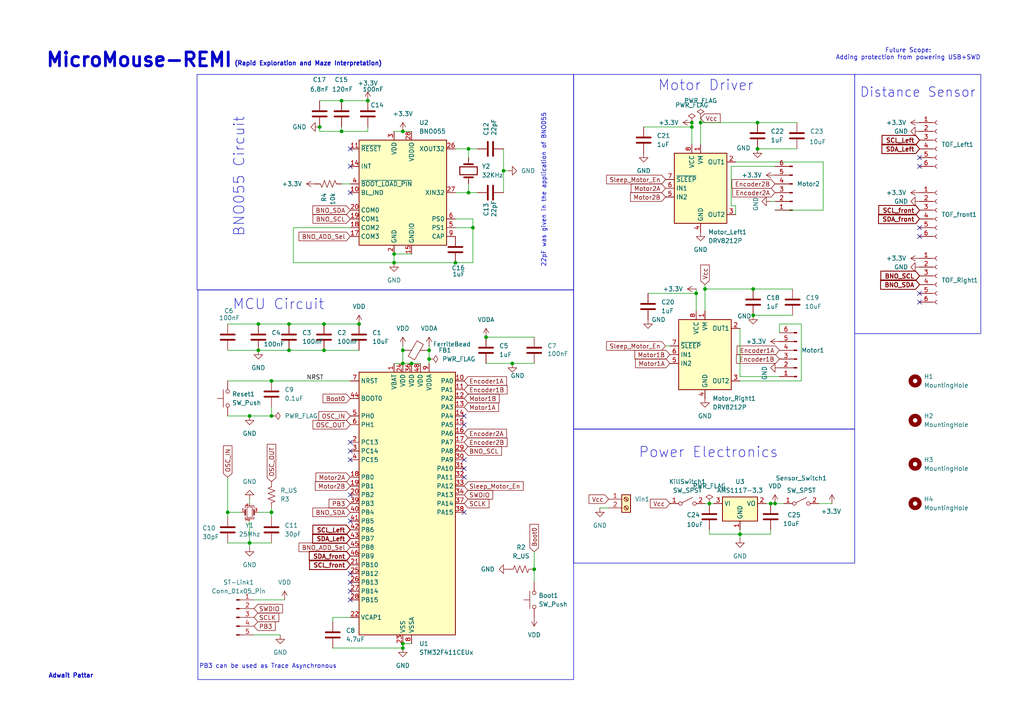
<source format=kicad_sch>
(kicad_sch (version 20231120) (generator "eeschema") (generator_version "8.0")
  (paper "A4")
  (title_block (title "MicroMouse") (date "2025-01-18") (rev "v1") (company "Team Robomanipal") (comment 1 "Made by Adwait Pattar"))
  (junction (at 66.04 148.59))
  (junction (at 219.71 35.56))
  (junction (at 106.68 29.21))
  (junction (at 124.46 104.14))
  (junction (at 72.39 157.48))
  (junction (at 148.59 105.41))
  (junction (at 132.08 76.2))
  (junction (at 119.38 105.41))
  (junction (at 146.05 49.53))
  (junction (at 104.14 93.98))
  (junction (at 223.52 146.05))
  (junction (at 78.74 120.65))
  (junction (at 200.66 35.56))
  (junction (at 116.84 186.69))
  (junction (at 219.71 43.18))
  (junction (at 200.66 36.83))
  (junction (at 218.44 91.44))
  (junction (at 140.97 97.79))
  (junction (at 135.89 43.18))
  (junction (at 214.63 154.94))
  (junction (at 116.84 187.96))
  (junction (at 205.74 146.05))
  (junction (at 99.06 29.21))
  (junction (at 201.93 85.09))
  (junction (at 124.46 101.6))
  (junction (at 114.3 73.66))
  (junction (at 93.98 101.6))
  (junction (at 137.16 66.04))
  (junction (at 116.84 38.1))
  (junction (at 218.44 83.82))
  (junction (at 204.47 83.82))
  (junction (at 203.2 35.56))
  (junction (at 83.82 101.6))
  (junction (at 99.06 38.1))
  (junction (at 93.98 93.98))
  (junction (at 74.93 101.6))
  (junction (at 224.79 146.05))
  (junction (at 78.74 110.49))
  (junction (at 72.39 120.65))
  (junction (at 74.93 93.98))
  (junction (at 135.89 55.88))
  (junction (at 114.3 76.2))
  (junction (at 83.82 93.98))
  (junction (at 78.74 148.59))
  (junction (at 92.71 36.83))
  (junction (at 116.84 105.41))
  (junction (at 154.94 165.1))
  (junction (at 116.84 101.6))
  (no_connect (at 101.6 43.18))
  (no_connect (at 101.6 130.81))
  (no_connect (at 266.7 48.26))
  (no_connect (at 101.6 133.35))
  (no_connect (at 134.62 135.89))
  (no_connect (at 134.62 138.43))
  (no_connect (at 266.7 45.72))
  (no_connect (at 101.6 171.45))
  (no_connect (at 101.6 151.13))
  (no_connect (at 101.6 143.51))
  (no_connect (at 134.62 133.35))
  (no_connect (at 266.7 87.63))
  (no_connect (at 101.6 173.99))
  (no_connect (at 101.6 128.27))
  (no_connect (at 101.6 48.26))
  (no_connect (at 134.62 148.59))
  (no_connect (at 266.7 68.58))
  (no_connect (at 134.62 123.19))
  (no_connect (at 134.62 120.65))
  (no_connect (at 266.7 66.04))
  (no_connect (at 101.6 55.88))
  (no_connect (at 101.6 166.37))
  (no_connect (at 101.6 168.91))
  (no_connect (at 266.7 85.09))
  (wire (pts (xy 124.46 101.6) (xy 124.46 104.14)))
  (wire (pts (xy 146.05 43.18) (xy 146.05 49.53)))
  (wire (pts (xy 201.93 83.82) (xy 201.93 85.09)))
  (wire (pts (xy 124.46 104.14) (xy 124.46 105.41)))
  (wire (pts (xy 137.16 76.2) (xy 132.08 76.2)))
  (wire (pts (xy 66.04 148.59) (xy 66.04 149.86)))
  (wire (pts (xy 85.09 66.04) (xy 85.09 76.2)))
  (wire (pts (xy 132.08 76.2) (xy 114.3 76.2)))
  (wire (pts (xy 146.05 49.53) (xy 147.32 49.53)))
  (wire (pts (xy 224.79 146.05) (xy 223.52 146.05)))
  (wire (pts (xy 73.66 173.99) (xy 82.55 173.99)))
  (wire (pts (xy 203.2 35.56) (xy 219.71 35.56)))
  (wire (pts (xy 132.08 43.18) (xy 135.89 43.18)))
  (wire (pts (xy 99.06 36.83) (xy 99.06 38.1)))
  (wire (pts (xy 201.93 85.09) (xy 201.93 90.17)))
  (wire (pts (xy 200.66 35.56) (xy 200.66 36.83)))
  (wire (pts (xy 66.04 120.65) (xy 72.39 120.65)))
  (wire (pts (xy 224.79 48.26) (xy 212.09 48.26)))
  (wire (pts (xy 238.76 46.99) (xy 213.36 46.99)))
  (wire (pts (xy 72.39 157.48) (xy 78.74 157.48)))
  (wire (pts (xy 101.6 179.07) (xy 96.52 179.07)))
  (wire (pts (xy 140.97 105.41) (xy 148.59 105.41)))
  (wire (pts (xy 223.52 153.67) (xy 223.52 154.94)))
  (wire (pts (xy 203.2 34.29) (xy 203.2 35.56)))
  (wire (pts (xy 232.41 93.98) (xy 232.41 110.49)))
  (wire (pts (xy 132.08 66.04) (xy 137.16 66.04)))
  (wire (pts (xy 73.66 184.15) (xy 81.28 184.15)))
  (wire (pts (xy 116.84 187.96) (xy 116.84 186.69)))
  (wire (pts (xy 218.44 91.44) (xy 229.87 91.44)))
  (wire (pts (xy 223.52 146.05) (xy 222.25 146.05)))
  (wire (pts (xy 66.04 110.49) (xy 78.74 110.49)))
  (wire (pts (xy 72.39 146.05) (xy 72.39 144.78)))
  (wire (pts (xy 116.84 186.69) (xy 119.38 186.69)))
  (wire (pts (xy 124.46 100.33) (xy 124.46 101.6)))
  (wire (pts (xy 224.79 146.05) (xy 227.33 146.05)))
  (wire (pts (xy 187.96 85.09) (xy 201.93 85.09)))
  (wire (pts (xy 135.89 55.88) (xy 138.43 55.88)))
  (wire (pts (xy 114.3 73.66) (xy 114.3 76.2)))
  (wire (pts (xy 231.14 35.56) (xy 219.71 35.56)))
  (wire (pts (xy 74.93 101.6) (xy 83.82 101.6)))
  (wire (pts (xy 193.04 100.33) (xy 194.31 100.33)))
  (wire (pts (xy 99.06 53.34) (xy 101.6 53.34)))
  (wire (pts (xy 203.2 35.56) (xy 203.2 41.91)))
  (wire (pts (xy 135.89 43.18) (xy 135.89 45.72)))
  (wire (pts (xy 219.71 43.18) (xy 231.14 43.18)))
  (wire (pts (xy 106.68 36.83) (xy 106.68 38.1)))
  (wire (pts (xy 137.16 63.5) (xy 137.16 66.04)))
  (wire (pts (xy 74.93 148.59) (xy 78.74 148.59)))
  (wire (pts (xy 226.06 109.22) (xy 214.63 109.22)))
  (wire (pts (xy 119.38 105.41) (xy 121.92 105.41)))
  (wire (pts (xy 205.74 154.94) (xy 214.63 154.94)))
  (wire (pts (xy 72.39 158.75) (xy 72.39 157.48)))
  (wire (pts (xy 226.06 96.52) (xy 226.06 93.98)))
  (wire (pts (xy 204.47 82.55) (xy 204.47 83.82)))
  (wire (pts (xy 148.59 105.41) (xy 154.94 105.41)))
  (wire (pts (xy 135.89 43.18) (xy 138.43 43.18)))
  (wire (pts (xy 114.3 105.41) (xy 116.84 105.41)))
  (wire (pts (xy 146.05 49.53) (xy 146.05 55.88)))
  (wire (pts (xy 72.39 151.13) (xy 72.39 157.48)))
  (wire (pts (xy 214.63 110.49) (xy 232.41 110.49)))
  (wire (pts (xy 78.74 118.11) (xy 78.74 120.65)))
  (wire (pts (xy 93.98 93.98) (xy 104.14 93.98)))
  (wire (pts (xy 66.04 157.48) (xy 72.39 157.48)))
  (wire (pts (xy 92.71 36.83) (xy 92.71 38.1)))
  (wire (pts (xy 83.82 93.98) (xy 93.98 93.98)))
  (wire (pts (xy 212.09 59.69) (xy 213.36 59.69)))
  (wire (pts (xy 205.74 153.67) (xy 205.74 154.94)))
  (wire (pts (xy 66.04 101.6) (xy 74.93 101.6)))
  (wire (pts (xy 204.47 83.82) (xy 204.47 90.17)))
  (wire (pts (xy 204.47 83.82) (xy 218.44 83.82)))
  (wire (pts (xy 132.08 55.88) (xy 135.89 55.88)))
  (wire (pts (xy 83.82 101.6) (xy 93.98 101.6)))
  (wire (pts (xy 214.63 109.22) (xy 214.63 95.25)))
  (wire (pts (xy 114.3 38.1) (xy 116.84 38.1)))
  (wire (pts (xy 99.06 29.21) (xy 106.68 29.21)))
  (wire (pts (xy 78.74 110.49) (xy 101.6 110.49)))
  (wire (pts (xy 137.16 66.04) (xy 137.16 76.2)))
  (wire (pts (xy 204.47 146.05) (xy 205.74 146.05)))
  (wire (pts (xy 241.3 146.05) (xy 237.49 146.05)))
  (wire (pts (xy 223.52 58.42) (xy 224.79 58.42)))
  (wire (pts (xy 92.71 29.21) (xy 99.06 29.21)))
  (wire (pts (xy 173.99 147.32) (xy 176.53 147.32)))
  (wire (pts (xy 96.52 179.07) (xy 96.52 180.34)))
  (wire (pts (xy 85.09 76.2) (xy 114.3 76.2)))
  (wire (pts (xy 78.74 147.32) (xy 78.74 148.59)))
  (wire (pts (xy 223.52 154.94) (xy 214.63 154.94)))
  (wire (pts (xy 186.69 36.83) (xy 200.66 36.83)))
  (wire (pts (xy 74.93 93.98) (xy 83.82 93.98)))
  (wire (pts (xy 212.09 48.26) (xy 212.09 59.69)))
  (wire (pts (xy 214.63 154.94) (xy 214.63 153.67)))
  (wire (pts (xy 238.76 60.96) (xy 238.76 46.99)))
  (wire (pts (xy 132.08 63.5) (xy 137.16 63.5)))
  (wire (pts (xy 214.63 156.21) (xy 214.63 154.94)))
  (wire (pts (xy 135.89 55.88) (xy 135.89 53.34)))
  (wire (pts (xy 116.84 105.41) (xy 119.38 105.41)))
  (wire (pts (xy 116.84 100.33) (xy 116.84 101.6)))
  (wire (pts (xy 154.94 165.1) (xy 154.94 168.91)))
  (wire (pts (xy 224.79 60.96) (xy 238.76 60.96)))
  (wire (pts (xy 66.04 138.43) (xy 66.04 148.59)))
  (wire (pts (xy 66.04 93.98) (xy 74.93 93.98)))
  (wire (pts (xy 213.36 59.69) (xy 213.36 62.23)))
  (wire (pts (xy 226.06 93.98) (xy 232.41 93.98)))
  (wire (pts (xy 101.6 66.04) (xy 85.09 66.04)))
  (wire (pts (xy 140.97 97.79) (xy 154.94 97.79)))
  (wire (pts (xy 116.84 101.6) (xy 116.84 105.41)))
  (wire (pts (xy 96.52 187.96) (xy 116.84 187.96)))
  (wire (pts (xy 72.39 120.65) (xy 78.74 120.65)))
  (wire (pts (xy 93.98 101.6) (xy 104.14 101.6)))
  (wire (pts (xy 116.84 38.1) (xy 119.38 38.1)))
  (wire (pts (xy 78.74 148.59) (xy 78.74 149.86)))
  (wire (pts (xy 99.06 38.1) (xy 106.68 38.1)))
  (wire (pts (xy 92.71 38.1) (xy 99.06 38.1)))
  (wire (pts (xy 218.44 83.82) (xy 229.87 83.82)))
  (wire (pts (xy 205.74 146.05) (xy 207.01 146.05)))
  (wire (pts (xy 200.66 36.83) (xy 200.66 41.91)))
  (wire (pts (xy 154.94 160.02) (xy 154.94 165.1)))
  (wire (pts (xy 66.04 148.59) (xy 69.85 148.59)))
  (wire (pts (xy 114.3 73.66) (xy 119.38 73.66)))
  (rectangle (start 166.37 124.46) (end 247.904 163.322))
  (rectangle (start 166.37 21.59) (end 247.904 124.46))
  (rectangle (start 247.904 21.59) (end 284.48 96.774))
  (rectangle (start 57.404 84.074) (end 166.37 197.104))
  (rectangle (start 57.15 21.59) (end 166.37 84.074))
  (text "Adwait Pattar\n" (at 20.574 196.088 0) (effects (font (size 1.27 1.27) (bold yes))))
  (text "MicroMouse-REMI\n" (at 40.386 17.526 0) (effects (font (size 4 4) (thickness 0.8) (bold yes))))
  (text "22pF was given in the application of BNO055\n" (at 157.734 55.118 90) (effects (font (size 1.27 1.27))))
  (text "Motor Driver\n" (at 204.724 24.892 0) (effects (font (size 3 3))))
  (text "MCU Circuit\n" (at 80.772 88.392 0) (effects (font (size 3 3))))
  (text "PB3 can be used as Trace Asynchronous" (at 77.724 193.294 0) (effects (font (size 1.27 1.27))))
  (text "(Rapid Exploration and Maze Interpretation)\n" (at 89.408 18.542 0) (effects (font (size 1.27 1.27) (bold yes))))
  (text "BNO055 Circuit\n" (at 69.342 51.308 90) (effects (font (size 3 3))))
  (text "Distance Sensor\n" (at 266.192 26.924 0) (effects (font (size 2.75 2.75))))
  (text "Power Electronics" (at 205.486 131.318 0) (effects (font (size 3 3))))
  (text "Future Scope:\nAdding protection from powering USB+SWD\n" (at 263.398 15.748 0) (effects (font (size 1.27 1.27))))
  (label "NRST" (at 88.9 110.49 0))
  (global_label "Motor2B" (shape input) (at 101.6 140.97 180) (property "Intersheetrefs" "${INTERSHEET_REFS}" (effects (hide yes))))
  (global_label "Motor2B" (shape input) (at 193.04 57.15 180) (property "Intersheetrefs" "${INTERSHEET_REFS}" (effects (hide yes))))
  (global_label "SCLK" (shape input) (at 73.66 179.07 0) (property "Intersheetrefs" "${INTERSHEET_REFS}" (effects (hide yes))))
  (global_label "SDA_Left" (shape input) (at 266.7 43.18 180) (effects (font (bold yes))) (property "Intersheetrefs" "${INTERSHEET_REFS}" (effects (hide yes))))
  (global_label "Motor1A" (shape input) (at 134.62 118.11 0) (property "Intersheetrefs" "${INTERSHEET_REFS}" (effects (hide yes))))
  (global_label "BNO_SCL" (shape input) (at 266.7 80.01 180) (effects (font (bold yes))) (property "Intersheetrefs" "${INTERSHEET_REFS}" (effects (hide yes))))
  (global_label "Boot0" (shape input) (at 154.94 160.02 90) (property "Intersheetrefs" "${INTERSHEET_REFS}" (effects (hide yes))))
  (global_label "SCLK" (shape input) (at 134.62 146.05 0) (property "Intersheetrefs" "${INTERSHEET_REFS}" (effects (hide yes))))
  (global_label "Boot0" (shape input) (at 101.6 115.57 180) (property "Intersheetrefs" "${INTERSHEET_REFS}" (effects (hide yes))))
  (global_label "PB3" (shape input) (at 73.66 181.61 0) (property "Intersheetrefs" "${INTERSHEET_REFS}" (effects (hide yes))))
  (global_label "OSC_OUT" (shape input) (at 101.6 123.19 180) (property "Intersheetrefs" "${INTERSHEET_REFS}" (effects (hide yes))))
  (global_label "SWDIO" (shape input) (at 134.62 143.51 0) (property "Intersheetrefs" "${INTERSHEET_REFS}" (effects (hide yes))))
  (global_label "Motor2A" (shape input) (at 101.6 138.43 180) (property "Intersheetrefs" "${INTERSHEET_REFS}" (effects (hide yes))))
  (global_label "SDA_front" (shape input) (at 101.6 161.29 180) (effects (font (bold yes))) (property "Intersheetrefs" "${INTERSHEET_REFS}" (effects (hide yes))))
  (global_label "Sleep_Motor_En" (shape input) (at 134.62 140.97 0) (property "Intersheetrefs" "${INTERSHEET_REFS}" (effects (hide yes))))
  (global_label "SDA_front" (shape input) (at 266.7 63.5 180) (effects (font (bold yes))) (property "Intersheetrefs" "${INTERSHEET_REFS}" (effects (hide yes))))
  (global_label "BNO_SCL" (shape input) (at 101.6 63.5 180) (property "Intersheetrefs" "${INTERSHEET_REFS}" (effects (hide yes))))
  (global_label "Encoder1A" (shape input) (at 226.06 101.6 180) (property "Intersheetrefs" "${INTERSHEET_REFS}" (effects (hide yes))))
  (global_label "BNO_SDA" (shape input) (at 266.7 82.55 180) (effects (font (bold yes))) (property "Intersheetrefs" "${INTERSHEET_REFS}" (effects (hide yes))))
  (global_label "BNO_SDA" (shape input) (at 101.6 60.96 180) (property "Intersheetrefs" "${INTERSHEET_REFS}" (effects (hide yes))))
  (global_label "Vcc" (shape input) (at 176.53 144.78 180) (property "Intersheetrefs" "${INTERSHEET_REFS}" (effects (hide yes))))
  (global_label "Vcc" (shape input) (at 203.2 34.29 0) (property "Intersheetrefs" "${INTERSHEET_REFS}" (effects (hide yes))))
  (global_label "SCL_front" (shape input) (at 101.6 163.83 180) (effects (font (bold yes))) (property "Intersheetrefs" "${INTERSHEET_REFS}" (effects (hide yes))))
  (global_label "BNO_ADD_Sel" (shape input) (at 101.6 158.75 180) (property "Intersheetrefs" "${INTERSHEET_REFS}" (effects (hide yes))))
  (global_label "Sleep_Motor_En" (shape input) (at 193.04 100.33 180) (property "Intersheetrefs" "${INTERSHEET_REFS}" (effects (hide yes))))
  (global_label "Encoder2B" (shape input) (at 134.62 128.27 0) (property "Intersheetrefs" "${INTERSHEET_REFS}" (effects (hide yes))))
  (global_label "Encoder2A" (shape input) (at 134.62 125.73 0) (property "Intersheetrefs" "${INTERSHEET_REFS}" (effects (hide yes))))
  (global_label "PB3" (shape input) (at 101.6 146.05 180) (property "Intersheetrefs" "${INTERSHEET_REFS}" (effects (hide yes))))
  (global_label "OSC_IN" (shape input) (at 101.6 120.65 180) (property "Intersheetrefs" "${INTERSHEET_REFS}" (effects (hide yes))))
  (global_label "Encoder2B" (shape input) (at 224.79 53.34 180) (property "Intersheetrefs" "${INTERSHEET_REFS}" (effects (hide yes))))
  (global_label "Encoder1A" (shape input) (at 134.62 110.49 0) (property "Intersheetrefs" "${INTERSHEET_REFS}" (effects (hide yes))))
  (global_label "Motor1B" (shape input) (at 194.31 102.87 180) (property "Intersheetrefs" "${INTERSHEET_REFS}" (effects (hide yes))))
  (global_label "SDA_Left" (shape input) (at 101.6 156.21 180) (effects (font (bold yes))) (property "Intersheetrefs" "${INTERSHEET_REFS}" (effects (hide yes))))
  (global_label "Encoder2A" (shape input) (at 224.79 55.88 180) (property "Intersheetrefs" "${INTERSHEET_REFS}" (effects (hide yes))))
  (global_label "BNO_SDA" (shape input) (at 101.6 148.59 180) (property "Intersheetrefs" "${INTERSHEET_REFS}" (effects (hide yes))))
  (global_label "SWDIO" (shape input) (at 73.66 176.53 0) (property "Intersheetrefs" "${INTERSHEET_REFS}" (effects (hide yes))))
  (global_label "Vcc" (shape input) (at 204.47 82.55 90) (property "Intersheetrefs" "${INTERSHEET_REFS}" (effects (hide yes))))
  (global_label "SCL_Left" (shape input) (at 101.6 153.67 180) (effects (font (bold yes))) (property "Intersheetrefs" "${INTERSHEET_REFS}" (effects (hide yes))))
  (global_label "SCL_Left" (shape input) (at 266.7 40.64 180) (effects (font (bold yes))) (property "Intersheetrefs" "${INTERSHEET_REFS}" (effects (hide yes))))
  (global_label "SCL_front" (shape input) (at 266.7 60.96 180) (effects (font (bold yes))) (property "Intersheetrefs" "${INTERSHEET_REFS}" (effects (hide yes))))
  (global_label "Motor1B" (shape input) (at 134.62 115.57 0) (property "Intersheetrefs" "${INTERSHEET_REFS}" (effects (hide yes))))
  (global_label "OSC_IN" (shape input) (at 66.04 138.43 90) (property "Intersheetrefs" "${INTERSHEET_REFS}" (effects (hide yes))))
  (global_label "Encoder1B" (shape input) (at 134.62 113.03 0) (property "Intersheetrefs" "${INTERSHEET_REFS}" (effects (hide yes))))
  (global_label "Encoder1B" (shape input) (at 226.06 104.14 180) (property "Intersheetrefs" "${INTERSHEET_REFS}" (effects (hide yes))))
  (global_label "Motor2A" (shape input) (at 193.04 54.61 180) (property "Intersheetrefs" "${INTERSHEET_REFS}" (effects (hide yes))))
  (global_label "OSC_OUT" (shape input) (at 78.74 139.7 90) (property "Intersheetrefs" "${INTERSHEET_REFS}" (effects (hide yes))))
  (global_label "Vcc" (shape input) (at 194.31 146.05 180) (property "Intersheetrefs" "${INTERSHEET_REFS}" (effects (hide yes))))
  (global_label "Sleep_Motor_En" (shape input) (at 193.04 52.07 180) (property "Intersheetrefs" "${INTERSHEET_REFS}" (effects (hide yes))))
  (global_label "BNO_ADD_Sel" (shape input) (at 101.6 68.58 180) (property "Intersheetrefs" "${INTERSHEET_REFS}" (effects (hide yes))))
  (global_label "BNO_SCL" (shape input) (at 134.62 130.81 0) (property "Intersheetrefs" "${INTERSHEET_REFS}" (effects (hide yes))))
  (global_label "Motor1A" (shape input) (at 194.31 105.41 180) (property "Intersheetrefs" "${INTERSHEET_REFS}" (effects (hide yes))))
  (symbol (lib_id "Mechanical:MountingHole") (at 265.43 110.49 0) (unit 1) (exclude_from_sim yes) (in_bom no)
    (property "Reference" "H1" (at 267.97 109.2199 0) (effects (justify left)))
    (property "Value" "MountingHole" (at 267.97 111.7599 0) (effects (justify left)))
    (property "Footprint" "MountingHole:MountingHole_2.2mm_M2" (effects (hide yes)))
    (property "Description" "Mounting Hole without connection" (effects (hide yes)))
  )
  (symbol (lib_id "power:PWR_FLAG") (at 78.74 120.65 270) (unit 1)
    (property "Reference" "#FLG01" (effects (hide yes)))
    (property "Value" "PWR_FLAG" (at 82.55 120.6499 90) (effects (justify left)))
    (property "Description" "Special symbol for telling ERC where power comes from" (effects (hide yes)))
  )
  (symbol (lib_id "Connector:Conn_01x05_Pin") (at 68.58 179.07 0) (unit 1)
    (property "Reference" "ST-Link1" (at 69.215 168.91 0))
    (property "Value" "Conn_01x05_Pin" (at 69.215 171.45 0))
    (property "Footprint" "Connector_PinSocket_2.54mm:PinSocket_1x05_P2.54mm_Vertical" (effects (hide yes)))
    (property "Description" "Generic connector, single row, 01x05, script generated" (effects (hide yes)))
  )
  (symbol (lib_id "power:+3.3V") (at 200.66 35.56 90) (unit 1)
    (property "Reference" "#PWR022" (effects (hide yes)))
    (property "Value" "+3.3V" (at 196.85 35.5599 90) (effects (justify left)))
    (property "Description" "Power symbol creates a global label with name \"+3.3V\"" (effects (hide yes)))
  )
  (symbol (lib_id "power:+3.3V") (at 266.7 74.93 90) (unit 1)
    (property "Reference" "#PWR040" (effects (hide yes)))
    (property "Value" "+3.3V" (at 262.89 74.9299 90) (effects (justify left)))
    (property "Description" "Power symbol creates a global label with name \"+3.3V\"" (effects (hide yes)))
  )
  (symbol (lib_id "Mechanical:MountingHole") (at 265.43 146.05 0) (unit 1) (exclude_from_sim yes) (in_bom no)
    (property "Reference" "H4" (at 267.97 144.7799 0) (effects (justify left)))
    (property "Value" "MountingHole" (at 267.97 147.3199 0) (effects (justify left)))
    (property "Footprint" "MountingHole:MountingHole_2.2mm_M2" (effects (hide yes)))
    (property "Description" "Mounting Hole without connection" (effects (hide yes)))
  )
  (symbol (lib_id "Connector:Conn_01x06_Pin") (at 231.14 104.14 180) (unit 1)
    (property "Reference" "Motor1" (at 232.41 101.5999 0) (effects (justify right)))
    (property "Value" "Conn_01x06_Pin" (effects (hide yes)))
    (property "Footprint" "Connector_JST:JST_XH_S6B-XH-A-1_1x06_P2.50mm_Horizontal" (effects (hide yes)))
    (property "Description" "Generic connector, single row, 01x06, script generated" (effects (hide yes)))
  )
  (symbol (lib_id "power:+3.3V") (at 241.3 146.05 0) (unit 1)
    (property "Reference" "#PWR020" (effects (hide yes)))
    (property "Value" "+3.3V" (at 241.046 148.336 0))
    (property "Description" "Power symbol creates a global label with name \"+3.3V\"" (effects (hide yes)))
  )
  (symbol (lib_id "power:VDD") (at 224.79 146.05 0) (unit 1)
    (property "Reference" "#PWR011" (effects (hide yes)))
    (property "Value" "VDD" (at 224.79 140.97 0))
    (property "Description" "Power symbol creates a global label with name \"VDD\"" (effects (hide yes)))
  )
  (symbol (lib_id "Device:C") (at 218.44 87.63 180) (unit 1)
    (property "Reference" "C18" (at 222.25 86.3599 0) (effects (justify right)))
    (property "Value" "1uF" (at 222.25 88.8999 0) (effects (justify right)))
    (property "Footprint" "Capacitor_SMD:C_0603_1608Metric" (effects (hide yes)))
    (property "Description" "Unpolarized capacitor" (effects (hide yes)))
  )
  (symbol (lib_id "power:GND") (at 266.7 77.47 270) (unit 1)
    (property "Reference" "#PWR041" (effects (hide yes)))
    (property "Value" "GND" (at 261.366 77.47 90))
    (property "Description" "Power symbol creates a global label with name \"GND\" , ground" (effects (hide yes)))
  )
  (symbol (lib_id "power:GND") (at 266.7 58.42 270) (unit 1)
    (property "Reference" "#PWR039" (effects (hide yes)))
    (property "Value" "GND" (at 261.366 58.42 90))
    (property "Description" "Power symbol creates a global label with name \"GND\" , ground" (effects (hide yes)))
  )
  (symbol (lib_id "power:GND") (at 81.28 184.15 0) (unit 1)
    (property "Reference" "#PWR012" (effects (hide yes)))
    (property "Value" "GND" (at 81.28 189.23 0))
    (property "Description" "Power symbol creates a global label with name \"GND\" , ground" (effects (hide yes)))
  )
  (symbol (lib_id "Regulator_Linear:AMS1117-3.3") (at 214.63 146.05 0) (unit 1)
    (property "Reference" "U3" (at 214.63 139.7 0))
    (property "Value" "AMS1117-3.3" (at 214.63 142.24 0))
    (property "Footprint" "Package_TO_SOT_SMD:SOT-223-3_TabPin2" (effects (hide yes)))
    (property "Datasheet" "http://www.advanced-monolithic.com/pdf/ds1117.pdf" (effects (hide yes)))
    (property "Description" "1A Low Dropout regulator, positive, 3.3V fixed output, SOT-223" (effects (hide yes)))
  )
  (symbol (lib_id "Device:C") (at 142.24 43.18 90) (unit 1)
    (property "Reference" "C12" (at 140.9699 39.37 0) (effects (justify left)))
    (property "Value" "22pF" (at 143.256 39.37 0) (effects (justify left)))
    (property "Footprint" "Capacitor_SMD:C_0805_2012Metric" (effects (hide yes)))
    (property "Description" "Unpolarized capacitor" (effects (hide yes)))
  )
  (symbol (lib_id "power:GND") (at 72.39 120.65 0) (unit 1)
    (property "Reference" "#PWR08" (effects (hide yes)))
    (property "Value" "GND" (at 72.39 125.73 0))
    (property "Description" "Power symbol creates a global label with name \"GND\" , ground" (effects (hide yes)))
  )
  (symbol (lib_id "power:PWR_FLAG") (at 205.74 146.05 0) (unit 1)
    (property "Reference" "#FLG03" (effects (hide yes)))
    (property "Value" "PWR_FLAG" (at 205.74 140.97 0))
    (property "Description" "Special symbol for telling ERC where power comes from" (effects (hide yes)))
  )
  (symbol (lib_id "Device:Crystal_GND24_Small") (at 72.39 148.59 0) (unit 1)
    (property "Reference" "Y1" (at 72.39 152.4 0))
    (property "Value" "25Mhz" (at 72.39 154.94 0))
    (property "Footprint" "Crystal:Crystal_SMD_0603-4Pin_6.0x3.5mm" (effects (hide yes)))
    (property "Description" "Four pin crystal, GND on pins 2 and 4, small symbol" (effects (hide yes)))
  )
  (symbol (lib_id "Mechanical:MountingHole") (at 265.43 121.92 0) (unit 1) (exclude_from_sim yes) (in_bom no)
    (property "Reference" "H2" (at 267.97 120.6499 0) (effects (justify left)))
    (property "Value" "MountingHole" (at 267.97 123.1899 0) (effects (justify left)))
    (property "Footprint" "MountingHole:MountingHole_2.2mm_M2" (effects (hide yes)))
    (property "Description" "Mounting Hole without connection" (effects (hide yes)))
  )
  (symbol (lib_id "Switch:SW_Push") (at 66.04 115.57 90) (unit 1)
    (property "Reference" "Reset1" (at 67.31 114.2999 90) (effects (justify right)))
    (property "Value" "SW_Push" (at 67.31 116.8399 90) (effects (justify right)))
    (property "Footprint" "Button_Switch_SMD:SW_Push_1P1T_NO_CK_KSC6xxJ" (effects (hide yes)))
    (property "Description" "Push button switch, generic, two pins" (effects (hide yes)))
  )
  (symbol (lib_id "Device:C") (at 132.08 72.39 0) (unit 1)
    (property "Reference" "C16" (at 134.874 77.724 0) (effects (justify right)))
    (property "Value" "1uF" (at 134.874 79.502 0) (effects (justify right)))
    (property "Footprint" "Capacitor_SMD:C_0603_1608Metric" (effects (hide yes)))
    (property "Description" "Unpolarized capacitor" (effects (hide yes)))
  )
  (symbol (lib_id "power:+3.3V") (at 266.7 55.88 90) (unit 1)
    (property "Reference" "#PWR038" (effects (hide yes)))
    (property "Value" "+3.3V" (at 262.89 55.8799 90) (effects (justify left)))
    (property "Description" "Power symbol creates a global label with name \"+3.3V\"" (effects (hide yes)))
  )
  (symbol (lib_id "power:GND") (at 204.47 115.57 0) (unit 1)
    (property "Reference" "#PWR031" (effects (hide yes)))
    (property "Value" "GND" (at 204.47 120.65 0))
    (property "Description" "Power symbol creates a global label with name \"GND\" , ground" (effects (hide yes)))
  )
  (symbol (lib_id "power:VDD") (at 154.94 179.07 180) (unit 1)
    (property "Reference" "#PWR05" (effects (hide yes)))
    (property "Value" "VDD" (at 154.94 184.15 0))
    (property "Description" "Power symbol creates a global label with name \"VDD\"" (effects (hide yes)))
  )
  (symbol (lib_id "power:+3.3V") (at 106.68 29.21 0) (unit 1)
    (property "Reference" "#PWR016" (effects (hide yes)))
    (property "Value" "+3.3V" (at 106.68 24.13 0))
    (property "Description" "Power symbol creates a global label with name \"+3.3V\"" (effects (hide yes)))
  )
  (symbol (lib_id "Device:R_US") (at 78.74 143.51 0) (mirror y) (unit 1)
    (property "Reference" "R3" (at 81.28 144.7801 0) (effects (justify right)))
    (property "Value" "R_US" (at 81.28 142.2401 0) (effects (justify right)))
    (property "Footprint" "Resistor_SMD:R_01005_0402Metric" (effects (hide yes)))
    (property "Description" "Resistor, US symbol" (effects (hide yes)))
  )
  (symbol (lib_id "Device:C") (at 231.14 39.37 0) (unit 1)
    (property "Reference" "C23" (at 234.95 38.0999 0) (effects (justify left)))
    (property "Value" "10uF" (at 234.696 41.148 0) (effects (justify left)))
    (property "Footprint" "Capacitor_SMD:C_0603_1608Metric" (effects (hide yes)))
    (property "Description" "Unpolarized capacitor" (effects (hide yes)))
  )
  (symbol (lib_id "power:GND") (at 218.44 91.44 0) (unit 1)
    (property "Reference" "#PWR024" (effects (hide yes)))
    (property "Value" "GND" (at 215.9 91.694 0))
    (property "Description" "Power symbol creates a global label with name \"GND\" , ground" (effects (hide yes)))
  )
  (symbol (lib_id "power:VDD") (at 104.14 93.98 0) (unit 1)
    (property "Reference" "#PWR02" (effects (hide yes)))
    (property "Value" "VDD" (at 104.14 88.9 0))
    (property "Description" "Power symbol creates a global label with name \"VDD\"" (effects (hide yes)))
  )
  (symbol (lib_id "power:GND") (at 147.32 49.53 90) (unit 1)
    (property "Reference" "#PWR015" (effects (hide yes)))
    (property "Value" "GND" (at 151.13 49.5299 90) (effects (justify right)))
    (property "Description" "Power symbol creates a global label with name \"GND\" , ground" (effects (hide yes)))
  )
  (symbol (lib_id "Device:C") (at 78.74 114.3 0) (unit 1)
    (property "Reference" "C9" (at 82.55 113.0299 0) (effects (justify left)))
    (property "Value" "0.1uF" (at 82.55 115.5699 0) (effects (justify left)))
    (property "Footprint" "Capacitor_SMD:C_0603_1608Metric" (effects (hide yes)))
    (property "Description" "Unpolarized capacitor" (effects (hide yes)))
  )
  (symbol (lib_id "power:GND") (at 74.93 101.6 0) (unit 1)
    (property "Reference" "#PWR03" (effects (hide yes)))
    (property "Value" "GND" (at 74.93 106.68 0))
    (property "Description" "Power symbol creates a global label with name \"GND\" , ground" (effects (hide yes)))
  )
  (symbol (lib_id "power:GND") (at 226.06 106.68 270) (unit 1)
    (property "Reference" "#PWR033" (effects (hide yes)))
    (property "Value" "GND" (at 221.742 108.204 0))
    (property "Description" "Power symbol creates a global label with name \"GND\" , ground" (effects (hide yes)))
  )
  (symbol (lib_id "Device:C") (at 219.71 39.37 180) (unit 1)
    (property "Reference" "C22" (at 223.52 38.0999 0) (effects (justify right)))
    (property "Value" "1uF" (at 223.52 40.6399 0) (effects (justify right)))
    (property "Footprint" "Capacitor_SMD:C_0603_1608Metric" (effects (hide yes)))
    (property "Description" "Unpolarized capacitor" (effects (hide yes)))
  )
  (symbol (lib_id "Device:C") (at 186.69 40.64 180) (unit 1)
    (property "Reference" "C21" (at 190.5 39.3699 0) (effects (justify right)))
    (property "Value" "1uF" (at 190.5 41.9099 0) (effects (justify right)))
    (property "Footprint" "Capacitor_SMD:C_0603_1608Metric" (effects (hide yes)))
    (property "Description" "Unpolarized capacitor" (effects (hide yes)))
  )
  (symbol (lib_id "power:GND") (at 148.59 105.41 0) (unit 1)
    (property "Reference" "#PWR06" (effects (hide yes)))
    (property "Value" "GND" (at 150.114 108.966 0))
    (property "Description" "Power symbol creates a global label with name \"GND\" , ground" (effects (hide yes)))
  )
  (symbol (lib_id "Sensor_Motion:BNO055") (at 116.84 55.88 0) (unit 1)
    (property "Reference" "U2" (at 121.5741 35.56 0) (effects (justify left)))
    (property "Value" "BNO055" (at 121.5741 38.1 0) (effects (justify left)))
    (property "Footprint" "Package_LGA:LGA-28_5.2x3.8mm_P0.5mm" (effects (hide yes)))
    (property "Datasheet" "https://www.bosch-sensortec.com/media/boschsensortec/downloads/datasheets/bst-bno055-ds000.pdf" (effects (hide yes)))
    (property "Description" "Intelligent 9-axis absolute orientation sensor, LGA-28" (effects (hide yes)))
  )
  (symbol (lib_id "Device:C") (at 93.98 97.79 0) (unit 1)
    (property "Reference" "C2" (at 97.79 96.5199 0) (effects (justify left)))
    (property "Value" "100nF" (at 97.79 99.0599 0) (effects (justify left)))
    (property "Footprint" "Capacitor_SMD:C_0603_1608Metric" (effects (hide yes)))
    (property "Description" "Unpolarized capacitor" (effects (hide yes)))
  )
  (symbol (lib_id "Device:C") (at 74.93 97.79 0) (unit 1)
    (property "Reference" "C4" (at 78.74 96.5199 0) (effects (justify left)))
    (property "Value" "100nF" (at 76.454 99.822 0) (effects (justify left)))
    (property "Footprint" "Capacitor_SMD:C_0603_1608Metric" (effects (hide yes)))
    (property "Description" "Unpolarized capacitor" (effects (hide yes)))
  )
  (symbol (lib_id "Device:R_US") (at 95.25 53.34 270) (mirror x) (unit 1)
    (property "Reference" "R4" (at 93.9799 55.88 0) (effects (justify right)))
    (property "Value" "10k" (at 96.5199 55.88 0) (effects (justify right)))
    (property "Footprint" "Resistor_SMD:R_01005_0402Metric" (effects (hide yes)))
    (property "Description" "Resistor, US symbol" (effects (hide yes)))
  )
  (symbol (lib_id "MCU_ST_STM32F4:STM32F411CEUx") (at 116.84 146.05 0) (unit 1)
    (property "Reference" "U1" (at 121.5741 186.69 0) (effects (justify left)))
    (property "Value" "STM32F411CEUx" (at 121.5741 189.23 0) (effects (justify left)))
    (property "Footprint" "Package_DFN_QFN:QFN-48-1EP_7x7mm_P0.5mm_EP5.6x5.6mm" (effects (hide yes)))
    (property "Datasheet" "https://www.st.com/resource/en/datasheet/stm32f411ce.pdf" (effects (hide yes)))
    (property "Description" "STMicroelectronics Arm Cortex-M4 MCU, 512KB flash, 128KB RAM, 100 MHz, 1.7-3.6V, 36 GPIO, UFQFPN48" (effects (hide yes)))
  )
  (symbol (lib_id "Device:C") (at 92.71 33.02 180) (unit 1)
    (property "Reference" "C17" (at 90.678 23.114 0) (effects (justify right)))
    (property "Value" "6.8nF" (at 89.916 25.908 0) (effects (justify right)))
    (property "Footprint" "Capacitor_SMD:C_0603_1608Metric" (effects (hide yes)))
    (property "Description" "Unpolarized capacitor" (effects (hide yes)))
  )
  (symbol (lib_id "Device:C") (at 187.96 88.9 180) (unit 1)
    (property "Reference" "C20" (at 191.77 87.6299 0) (effects (justify right)))
    (property "Value" "1uF" (at 191.77 90.1699 0) (effects (justify right)))
    (property "Footprint" "Capacitor_SMD:C_0603_1608Metric" (effects (hide yes)))
    (property "Description" "Unpolarized capacitor" (effects (hide yes)))
  )
  (symbol (lib_id "power:PWR_FLAG") (at 124.46 104.14 270) (unit 1)
    (property "Reference" "#FLG05" (effects (hide yes)))
    (property "Value" "PWR_FLAG" (at 128.27 104.1399 90) (effects (justify left)))
    (property "Description" "Special symbol for telling ERC where power comes from" (effects (hide yes)))
  )
  (symbol (lib_id "Device:C") (at 229.87 87.63 0) (unit 1)
    (property "Reference" "C19" (at 233.68 86.3599 0) (effects (justify left)))
    (property "Value" "10uF" (at 233.426 88.9 0) (effects (justify left)))
    (property "Footprint" "Capacitor_SMD:C_0603_1608Metric" (effects (hide yes)))
    (property "Description" "Unpolarized capacitor" (effects (hide yes)))
  )
  (symbol (lib_id "power:GND") (at 72.39 158.75 0) (unit 1)
    (property "Reference" "#PWR013" (effects (hide yes)))
    (property "Value" "GND" (at 72.39 163.83 0))
    (property "Description" "Power symbol creates a global label with name \"GND\" , ground" (effects (hide yes)))
  )
  (symbol (lib_id "power:+3.3V") (at 224.79 50.8 90) (unit 1)
    (property "Reference" "#PWR034" (effects (hide yes)))
    (property "Value" "+3.3V" (at 220.98 50.7999 90) (effects (justify left)))
    (property "Description" "Power symbol creates a global label with name \"+3.3V\"" (effects (hide yes)))
  )
  (symbol (lib_id "power:GND") (at 203.2 67.31 0) (unit 1)
    (property "Reference" "#PWR030" (effects (hide yes)))
    (property "Value" "GND" (at 203.2 72.39 0))
    (property "Description" "Power symbol creates a global label with name \"GND\" , ground" (effects (hide yes)))
  )
  (symbol (lib_id "Connector:Conn_01x06_Socket") (at 271.78 40.64 0) (unit 1)
    (property "Reference" "TOF_Left1" (at 273.05 41.9099 0) (effects (justify left)))
    (property "Value" "Conn_01x06_Socket" (effects (hide yes)))
    (property "Footprint" "Connector_PinHeader_2.54mm:PinHeader_1x06_P2.54mm_Vertical" (effects (hide yes)))
    (property "Description" "Generic connector, single row, 01x06, script generated" (effects (hide yes)))
  )
  (symbol (lib_id "Device:C") (at 99.06 33.02 180) (unit 1)
    (property "Reference" "C15" (at 97.028 23.114 0) (effects (justify right)))
    (property "Value" "120nF" (at 96.266 25.908 0) (effects (justify right)))
    (property "Footprint" "Capacitor_SMD:C_0603_1608Metric" (effects (hide yes)))
    (property "Description" "Unpolarized capacitor" (effects (hide yes)))
  )
  (symbol (lib_id "Driver_Motor:DRV8212P") (at 203.2 54.61 0) (unit 1)
    (property "Reference" "Motor_Left1" (at 205.3941 67.31 0) (effects (justify left)))
    (property "Value" "DRV8212P" (at 205.3941 69.85 0) (effects (justify left)))
    (property "Footprint" "Package_SON:WSON-8-1EP_2x2mm_P0.5mm_EP0.9x1.6mm_ThermalVias" (effects (hide yes)))
    (property "Datasheet" "https://www.ti.com/lit/ds/symlink/drv8212p.pdf" (effects (hide yes)))
    (property "Description" "H-Bridge driver, 4A, Low Voltage, PWM input, WSON-8" (effects (hide yes)))
  )
  (symbol (lib_id "power:GND") (at 219.71 43.18 0) (unit 1)
    (property "Reference" "#PWR029" (effects (hide yes)))
    (property "Value" "GND" (at 215.646 42.926 0))
    (property "Description" "Power symbol creates a global label with name \"GND\" , ground" (effects (hide yes)))
  )
  (symbol (lib_id "power:GND") (at 92.71 36.83 270) (unit 1)
    (property "Reference" "#PWR017" (effects (hide yes)))
    (property "Value" "GND" (at 88.9 36.8299 90) (effects (justify right)))
    (property "Description" "Power symbol creates a global label with name \"GND\" , ground" (effects (hide yes)))
  )
  (symbol (lib_id "Device:C") (at 96.52 184.15 0) (unit 1)
    (property "Reference" "C8" (at 100.33 182.8799 0) (effects (justify left)))
    (property "Value" "4.7uF" (at 100.33 185.4199 0) (effects (justify left)))
    (property "Footprint" "Capacitor_SMD:C_0603_1608Metric" (effects (hide yes)))
    (property "Description" "Unpolarized capacitor" (effects (hide yes)))
  )
  (symbol (lib_id "power:GND") (at 116.84 187.96 0) (unit 1)
    (property "Reference" "#PWR07" (effects (hide yes)))
    (property "Value" "GND" (at 116.84 193.04 0))
    (property "Description" "Power symbol creates a global label with name \"GND\" , ground" (effects (hide yes)))
  )
  (symbol (lib_id "power:GND") (at 266.7 38.1 270) (unit 1)
    (property "Reference" "#PWR037" (effects (hide yes)))
    (property "Value" "GND" (at 261.366 38.1 90))
    (property "Description" "Power symbol creates a global label with name \"GND\" , ground" (effects (hide yes)))
  )
  (symbol (lib_id "Connector:Conn_01x06_Pin") (at 229.87 55.88 180) (unit 1)
    (property "Reference" "Motor2" (at 231.14 53.3399 0) (effects (justify right)))
    (property "Value" "Conn_01x06_Pin" (effects (hide yes)))
    (property "Footprint" "Connector_JST:JST_XH_S6B-XH-A-1_1x06_P2.50mm_Horizontal" (effects (hide yes)))
    (property "Description" "Generic connector, single row, 01x06, script generated" (effects (hide yes)))
  )
  (symbol (lib_id "power:PWR_FLAG") (at 200.66 35.56 0) (unit 1)
    (property "Reference" "#FLG02" (effects (hide yes)))
    (property "Value" "PWR_FLAG" (at 200.66 30.48 0))
    (property "Description" "Special symbol for telling ERC where power comes from" (effects (hide yes)))
  )
  (symbol (lib_id "Device:FerriteBead") (at 120.65 101.6 90) (unit 1)
    (property "Reference" "FB1" (at 129.032 101.6 90))
    (property "Value" "FerriteBead" (at 131.064 99.822 90))
    (property "Footprint" "Capacitor_SMD:C_0805_2012Metric" (effects (hide yes)))
    (property "Description" "Ferrite bead" (effects (hide yes)))
  )
  (symbol (lib_id "Device:C") (at 142.24 55.88 90) (unit 1)
    (property "Reference" "C13" (at 140.97 62.738 0) (effects (justify left)))
    (property "Value" "22pF" (at 143.256 62.992 0) (effects (justify left)))
    (property "Footprint" "Capacitor_SMD:C_0805_2012Metric" (effects (hide yes)))
    (property "Description" "Unpolarized capacitor" (effects (hide yes)))
  )
  (symbol (lib_id "power:GND") (at 214.63 156.21 0) (unit 1)
    (property "Reference" "#PWR021" (effects (hide yes)))
    (property "Value" "GND" (at 214.63 161.29 0))
    (property "Description" "Power symbol creates a global label with name \"GND\" , ground" (effects (hide yes)))
  )
  (symbol (lib_id "power:GND") (at 114.3 76.2 0) (unit 1)
    (property "Reference" "#PWR018" (effects (hide yes)))
    (property "Value" "GND" (at 114.3 81.28 0))
    (property "Description" "Power symbol creates a global label with name \"GND\" , ground" (effects (hide yes)))
  )
  (symbol (lib_id "power:GND") (at 187.96 92.71 0) (unit 1)
    (property "Reference" "#PWR025" (effects (hide yes)))
    (property "Value" "GND" (at 191.008 92.71 0))
    (property "Description" "Power symbol creates a global label with name \"GND\" , ground" (effects (hide yes)))
  )
  (symbol (lib_id "power:GND") (at 223.52 58.42 270) (unit 1)
    (property "Reference" "#PWR035" (effects (hide yes)))
    (property "Value" "GND" (at 219.202 59.182 0))
    (property "Description" "Power symbol creates a global label with name \"GND\" , ground" (effects (hide yes)))
  )
  (symbol (lib_id "Switch:SW_Push") (at 154.94 173.99 90) (unit 1)
    (property "Reference" "Boot1" (at 156.21 172.7199 90) (effects (justify right)))
    (property "Value" "SW_Push" (at 156.21 175.2599 90) (effects (justify right)))
    (property "Footprint" "Button_Switch_SMD:SW_Push_1P1T_NO_CK_KSC6xxJ" (effects (hide yes)))
    (property "Description" "Push button switch, generic, two pins" (effects (hide yes)))
  )
  (symbol (lib_id "power:+3.3V") (at 266.7 35.56 90) (unit 1)
    (property "Reference" "#PWR036" (effects (hide yes)))
    (property "Value" "+3.3V" (at 262.89 35.5599 90) (effects (justify left)))
    (property "Description" "Power symbol creates a global label with name \"+3.3V\"" (effects (hide yes)))
  )
  (symbol (lib_id "power:VDDA") (at 140.97 97.79 0) (unit 1)
    (property "Reference" "#PWR04" (effects (hide yes)))
    (property "Value" "VDDA" (at 140.97 92.71 0))
    (property "Description" "Power symbol creates a global label with name \"VDDA\"" (effects (hide yes)))
  )
  (symbol (lib_id "power:VDD") (at 116.84 100.33 0) (unit 1)
    (property "Reference" "#PWR01" (effects (hide yes)))
    (property "Value" "VDD" (at 116.84 95.25 0))
    (property "Description" "Power symbol creates a global label with name \"VDD\"" (effects (hide yes)))
  )
  (symbol (lib_id "Device:Crystal") (at 135.89 49.53 90) (unit 1)
    (property "Reference" "Y2" (at 139.7 48.2599 90) (effects (justify right)))
    (property "Value" "32KHz" (at 139.7 50.7999 90) (effects (justify right)))
    (property "Footprint" "Crystal:Crystal_SMD_3215-2Pin_3.2x1.5mm" (effects (hide yes)))
    (property "Description" "Two pin crystal" (effects (hide yes)))
  )
  (symbol (lib_id "Device:C") (at 83.82 97.79 0) (unit 1)
    (property "Reference" "C3" (at 87.63 96.5199 0) (effects (justify left)))
    (property "Value" "100nF" (at 87.63 99.0599 0) (effects (justify left)))
    (property "Footprint" "Capacitor_SMD:C_0603_1608Metric" (effects (hide yes)))
    (property "Description" "Unpolarized capacitor" (effects (hide yes)))
  )
  (symbol (lib_id "power:+3.3V") (at 91.44 53.34 90) (unit 1)
    (property "Reference" "#PWR019" (effects (hide yes)))
    (property "Value" "+3.3V" (at 87.63 53.3399 90) (effects (justify left)))
    (property "Description" "Power symbol creates a global label with name \"+3.3V\"" (effects (hide yes)))
  )
  (symbol (lib_id "Mechanical:MountingHole") (at 265.43 134.62 0) (unit 1) (exclude_from_sim yes) (in_bom no)
    (property "Reference" "H3" (at 267.97 133.3499 0) (effects (justify left)))
    (property "Value" "MountingHole" (at 267.97 135.8899 0) (effects (justify left)))
    (property "Footprint" "MountingHole:MountingHole_2.2mm_M2" (effects (hide yes)))
    (property "Description" "Mounting Hole without connection" (effects (hide yes)))
  )
  (symbol (lib_id "Device:C") (at 106.68 33.02 180) (unit 1)
    (property "Reference" "C14" (at 107.442 30.48 0) (effects (justify right)))
    (property "Value" "100nF" (at 105.156 25.908 0) (effects (justify right)))
    (property "Footprint" "Capacitor_SMD:C_0603_1608Metric" (effects (hide yes)))
    (property "Description" "Unpolarized capacitor" (effects (hide yes)))
  )
  (symbol (lib_id "power:VDDA") (at 124.46 100.33 0) (unit 1)
    (property "Reference" "#PWR027" (effects (hide yes)))
    (property "Value" "VDDA" (at 124.46 95.25 0))
    (property "Description" "Power symbol creates a global label with name \"VDDA\"" (effects (hide yes)))
  )
  (symbol (lib_id "Device:C") (at 78.74 153.67 0) (unit 1)
    (property "Reference" "C11" (at 82.55 152.3999 0) (effects (justify left)))
    (property "Value" "30pF" (at 82.55 154.9399 0) (effects (justify left)))
    (property "Footprint" "Capacitor_SMD:C_0805_2012Metric" (effects (hide yes)))
    (property "Description" "Unpolarized capacitor" (effects (hide yes)))
  )
  (symbol (lib_id "power:+3.3V") (at 201.93 83.82 90) (unit 1)
    (property "Reference" "#PWR023" (effects (hide yes)))
    (property "Value" "+3.3V" (at 198.12 83.8199 90) (effects (justify left)))
    (property "Description" "Power symbol creates a global label with name \"+3.3V\"" (effects (hide yes)))
  )
  (symbol (lib_id "power:GND") (at 186.69 44.45 0) (unit 1)
    (property "Reference" "#PWR028" (effects (hide yes)))
    (property "Value" "GND" (at 186.69 49.53 0))
    (property "Description" "Power symbol creates a global label with name \"GND\" , ground" (effects (hide yes)))
  )
  (symbol (lib_id "Device:C") (at 66.04 97.79 0) (unit 1)
    (property "Reference" "C6" (at 65.024 90.17 0) (effects (justify left)))
    (property "Value" "100nF" (at 63.5 92.202 0) (effects (justify left)))
    (property "Footprint" "Capacitor_SMD:C_0603_1608Metric" (effects (hide yes)))
    (property "Description" "Unpolarized capacitor" (effects (hide yes)))
  )
  (symbol (lib_id "power:GND") (at 173.99 147.32 0) (unit 1)
    (property "Reference" "#PWR026" (effects (hide yes)))
    (property "Value" "GND" (at 173.99 152.4 0))
    (property "Description" "Power symbol creates a global label with name \"GND\" , ground" (effects (hide yes)))
  )
  (symbol (lib_id "power:GND") (at 147.32 165.1 270) (unit 1)
    (property "Reference" "#PWR09" (effects (hide yes)))
    (property "Value" "GND" (at 143.51 165.0999 90) (effects (justify right)))
    (property "Description" "Power symbol creates a global label with name \"GND\" , ground" (effects (hide yes)))
  )
  (symbol (lib_id "Device:C") (at 205.74 149.86 0) (unit 1)
    (property "Reference" "C24" (at 199.136 149.352 0) (effects (justify left)))
    (property "Value" "10uF" (at 199.136 152.146 0) (effects (justify left)))
    (property "Footprint" "Capacitor_SMD:C_1206_3216Metric" (effects (hide yes)))
    (property "Description" "Unpolarized capacitor" (effects (hide yes)))
  )
  (symbol (lib_id "Device:C") (at 66.04 153.67 180) (unit 1)
    (property "Reference" "C10" (at 58.674 153.162 0) (effects (justify right)))
    (property "Value" "30pF" (at 58.674 155.702 0) (effects (justify right)))
    (property "Footprint" "Capacitor_SMD:C_0805_2012Metric" (effects (hide yes)))
    (property "Description" "Unpolarized capacitor" (effects (hide yes)))
  )
  (symbol (lib_id "Connector:Conn_01x06_Socket") (at 271.78 80.01 0) (unit 1)
    (property "Reference" "TOF_Right1" (at 273.05 81.2799 0) (effects (justify left)))
    (property "Value" "Conn_01x06_Socket" (effects (hide yes)))
    (property "Footprint" "Connector_PinHeader_2.54mm:PinHeader_1x06_P2.54mm_Vertical" (effects (hide yes)))
    (property "Description" "Generic connector, single row, 01x06, script generated" (effects (hide yes)))
  )
  (symbol (lib_id "power:VDD") (at 82.55 173.99 0) (unit 1)
    (property "Reference" "#PWR010" (effects (hide yes)))
    (property "Value" "VDD" (at 82.55 168.91 0))
    (property "Description" "Power symbol creates a global label with name \"VDD\"" (effects (hide yes)))
  )
  (symbol (lib_id "power:PWR_FLAG") (at 203.2 34.29 0) (unit 1)
    (property "Reference" "#FLG04" (effects (hide yes)))
    (property "Value" "PWR_FLAG" (at 203.2 29.21 0))
    (property "Description" "Special symbol for telling ERC where power comes from" (effects (hide yes)))
  )
  (symbol (lib_id "Device:C") (at 104.14 97.79 0) (unit 1)
    (property "Reference" "C1" (at 107.95 96.5199 0) (effects (justify left)))
    (property "Value" "10uF" (at 107.95 99.0599 0) (effects (justify left)))
    (property "Footprint" "Capacitor_SMD:C_0603_1608Metric" (effects (hide yes)))
    (property "Description" "Unpolarized capacitor" (effects (hide yes)))
  )
  (symbol (lib_id "Switch:SW_SPST") (at 232.41 146.05 0) (unit 1)
    (property "Reference" "Sensor_Switch1" (at 232.41 138.684 0))
    (property "Value" "SW_SPST" (at 232.41 142.24 0))
    (property "Footprint" "Button_Switch_SMD:SW_Push_1P1T_NO_CK_KSC7xxJ" (effects (hide yes)))
    (property "Description" "Single Pole Single Throw (SPST) switch" (effects (hide yes)))
  )
  (symbol (lib_id "Device:R_US") (at 151.13 165.1 90) (unit 1)
    (property "Reference" "R2" (at 151.13 158.75 90))
    (property "Value" "R_US" (at 151.13 161.29 90))
    (property "Footprint" "Resistor_SMD:R_01005_0402Metric" (effects (hide yes)))
    (property "Description" "Resistor, US symbol" (effects (hide yes)))
  )
  (symbol (lib_id "Connector:Conn_01x06_Socket") (at 271.78 60.96 0) (unit 1)
    (property "Reference" "TOF_front1" (at 273.05 62.2299 0) (effects (justify left)))
    (property "Value" "Conn_01x06_Socket" (effects (hide yes)))
    (property "Footprint" "Connector_PinHeader_2.54mm:PinHeader_1x06_P2.54mm_Vertical" (effects (hide yes)))
    (property "Description" "Generic connector, single row, 01x06, script generated" (effects (hide yes)))
  )
  (symbol (lib_id "Device:C") (at 154.94 101.6 0) (unit 1)
    (property "Reference" "C7" (at 158.75 100.3299 0) (effects (justify left)))
    (property "Value" "100nF" (at 158.75 102.616 0) (effects (justify left)))
    (property "Footprint" "Capacitor_SMD:C_0603_1608Metric" (effects (hide yes)))
    (property "Description" "Unpolarized capacitor" (effects (hide yes)))
  )
  (symbol (lib_id "Device:C") (at 223.52 149.86 0) (unit 1)
    (property "Reference" "C25" (at 228.346 149.352 0) (effects (justify left)))
    (property "Value" "10uF" (at 227.076 151.892 0) (effects (justify left)))
    (property "Footprint" "Capacitor_SMD:C_1206_3216Metric" (effects (hide yes)))
    (property "Description" "Unpolarized capacitor" (effects (hide yes)))
  )
  (symbol (lib_id "power:+3.3V") (at 226.06 99.06 90) (unit 1)
    (property "Reference" "#PWR032" (effects (hide yes)))
    (property "Value" "+3.3V" (at 222.25 99.0599 90) (effects (justify left)))
    (property "Description" "Power symbol creates a global label with name \"+3.3V\"" (effects (hide yes)))
  )
  (symbol (lib_id "Driver_Motor:DRV8212P") (at 204.47 102.87 0) (unit 1)
    (property "Reference" "Motor_Right1" (at 206.6641 115.57 0) (effects (justify left)))
    (property "Value" "DRV8212P" (at 206.6641 118.11 0) (effects (justify left)))
    (property "Footprint" "Package_SON:WSON-8-1EP_2x2mm_P0.5mm_EP0.9x1.6mm_ThermalVias" (effects (hide yes)))
    (property "Datasheet" "https://www.ti.com/lit/ds/symlink/drv8212p.pdf" (effects (hide yes)))
    (property "Description" "H-Bridge driver, 4A, Low Voltage, PWM input, WSON-8" (effects (hide yes)))
  )
  (symbol (lib_id "power:GND") (at 72.39 144.78 180) (unit 1)
    (property "Reference" "#PWR014" (effects (hide yes)))
    (property "Value" "GND" (at 72.39 139.7 0))
    (property "Description" "Power symbol creates a global label with name \"GND\" , ground" (effects (hide yes)))
  )
  (symbol (lib_id "power:+3.3V") (at 116.84 38.1 0) (unit 1)
    (property "Reference" "#PWR042" (effects (hide yes)))
    (property "Value" "+3.3V" (at 116.84 33.02 0))
    (property "Description" "Power symbol creates a global label with name \"+3.3V\"" (effects (hide yes)))
  )
  (symbol (lib_id "Connector:Screw_Terminal_01x02") (at 181.61 144.78 0) (unit 1)
    (property "Reference" "Vin1" (at 184.15 144.7799 0) (effects (justify left)))
    (property "Value" "Screw_Terminal_01x02" (effects (hide yes)))
    (property "Footprint" "Connector_AMASS:AMASS_XT30U-F_1x02_P5.0mm_Vertical" (effects (hide yes)))
    (property "Description" "Generic screw terminal, single row, 01x02, script generated (kicad-library-utils/schlib/autogen/connector/)" (effects (hide yes)))
  )
  (symbol (lib_id "Device:C") (at 140.97 101.6 0) (unit 1)
    (property "Reference" "C5" (at 144.78 100.3299 0) (effects (justify left)))
    (property "Value" "1uF" (at 144.78 102.8699 0) (effects (justify left)))
    (property "Footprint" "Capacitor_SMD:C_0603_1608Metric" (effects (hide yes)))
    (property "Description" "Unpolarized capacitor" (effects (hide yes)))
  )
  (symbol (lib_id "Switch:SW_SPST") (at 199.39 146.05 0) (unit 1)
    (property "Reference" "KillSwitch1" (at 199.39 139.7 0))
    (property "Value" "SW_SPST" (at 199.39 142.24 0))
    (property "Footprint" "Button_Switch_SMD:SW_Push_1P1T_NO_CK_KSC7xxJ" (effects (hide yes)))
    (property "Description" "Single Pole Single Throw (SPST) switch" (effects (hide yes)))
  )
)
</source>
